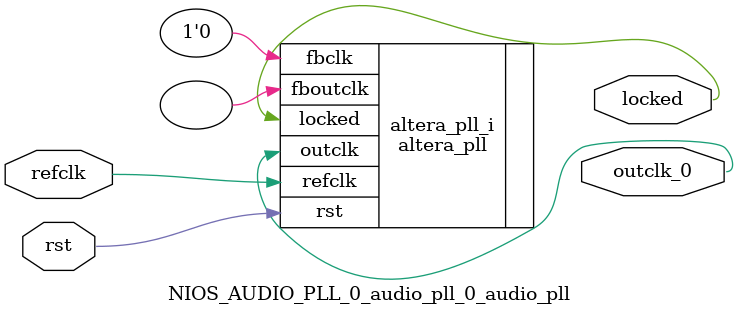
<source format=v>
`timescale 1ns/10ps
module  NIOS_AUDIO_PLL_0_audio_pll_0_audio_pll(

	// interface 'refclk'
	input wire refclk,

	// interface 'reset'
	input wire rst,

	// interface 'outclk0'
	output wire outclk_0,

	// interface 'locked'
	output wire locked
);

	altera_pll #(
		.fractional_vco_multiplier("false"),
		.reference_clock_frequency("50.0 MHz"),
		.operation_mode("direct"),
		.number_of_clocks(1),
		.output_clock_frequency0("18.432203 MHz"),
		.phase_shift0("0 ps"),
		.duty_cycle0(50),
		.output_clock_frequency1("0 MHz"),
		.phase_shift1("0 ps"),
		.duty_cycle1(50),
		.output_clock_frequency2("0 MHz"),
		.phase_shift2("0 ps"),
		.duty_cycle2(50),
		.output_clock_frequency3("0 MHz"),
		.phase_shift3("0 ps"),
		.duty_cycle3(50),
		.output_clock_frequency4("0 MHz"),
		.phase_shift4("0 ps"),
		.duty_cycle4(50),
		.output_clock_frequency5("0 MHz"),
		.phase_shift5("0 ps"),
		.duty_cycle5(50),
		.output_clock_frequency6("0 MHz"),
		.phase_shift6("0 ps"),
		.duty_cycle6(50),
		.output_clock_frequency7("0 MHz"),
		.phase_shift7("0 ps"),
		.duty_cycle7(50),
		.output_clock_frequency8("0 MHz"),
		.phase_shift8("0 ps"),
		.duty_cycle8(50),
		.output_clock_frequency9("0 MHz"),
		.phase_shift9("0 ps"),
		.duty_cycle9(50),
		.output_clock_frequency10("0 MHz"),
		.phase_shift10("0 ps"),
		.duty_cycle10(50),
		.output_clock_frequency11("0 MHz"),
		.phase_shift11("0 ps"),
		.duty_cycle11(50),
		.output_clock_frequency12("0 MHz"),
		.phase_shift12("0 ps"),
		.duty_cycle12(50),
		.output_clock_frequency13("0 MHz"),
		.phase_shift13("0 ps"),
		.duty_cycle13(50),
		.output_clock_frequency14("0 MHz"),
		.phase_shift14("0 ps"),
		.duty_cycle14(50),
		.output_clock_frequency15("0 MHz"),
		.phase_shift15("0 ps"),
		.duty_cycle15(50),
		.output_clock_frequency16("0 MHz"),
		.phase_shift16("0 ps"),
		.duty_cycle16(50),
		.output_clock_frequency17("0 MHz"),
		.phase_shift17("0 ps"),
		.duty_cycle17(50),
		.pll_type("General"),
		.pll_subtype("General")
	) altera_pll_i (
		.rst	(rst),
		.outclk	({outclk_0}),
		.locked	(locked),
		.fboutclk	( ),
		.fbclk	(1'b0),
		.refclk	(refclk)
	);
endmodule


</source>
